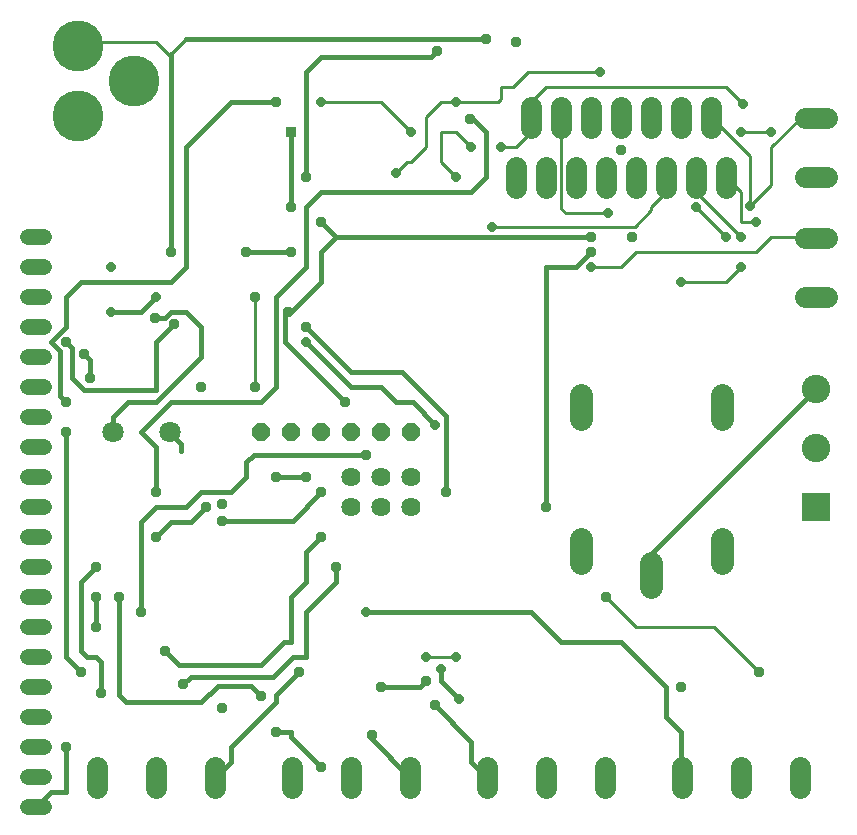
<source format=gbl>
G75*
%MOIN*%
%OFA0B0*%
%FSLAX25Y25*%
%IPPOS*%
%LPD*%
%AMOC8*
5,1,8,0,0,1.08239X$1,22.5*
%
%ADD10OC8,0.06000*%
%ADD11C,0.07087*%
%ADD12C,0.06400*%
%ADD13C,0.17000*%
%ADD14R,0.09500X0.09500*%
%ADD15C,0.09500*%
%ADD16C,0.05200*%
%ADD17C,0.07050*%
%ADD18C,0.07087*%
%ADD19C,0.07800*%
%ADD20OC8,0.03562*%
%ADD21C,0.01600*%
%ADD22OC8,0.03200*%
%ADD23C,0.01000*%
%ADD24R,0.03562X0.03562*%
D10*
X0089167Y0142379D03*
X0099167Y0142379D03*
X0109167Y0142379D03*
X0119167Y0142379D03*
X0129167Y0142379D03*
X0139167Y0142379D03*
D11*
X0174167Y0223835D02*
X0174167Y0230922D01*
X0184167Y0230922D02*
X0184167Y0223835D01*
X0194167Y0223835D02*
X0194167Y0230922D01*
X0204167Y0230922D02*
X0204167Y0223835D01*
X0214167Y0223835D02*
X0214167Y0230922D01*
X0224167Y0230922D02*
X0224167Y0223835D01*
X0234167Y0223835D02*
X0234167Y0230922D01*
X0244167Y0230922D02*
X0244167Y0223835D01*
X0239167Y0243835D02*
X0239167Y0250922D01*
X0229167Y0250922D02*
X0229167Y0243835D01*
X0219167Y0243835D02*
X0219167Y0250922D01*
X0209167Y0250922D02*
X0209167Y0243835D01*
X0199167Y0243835D02*
X0199167Y0250922D01*
X0189167Y0250922D02*
X0189167Y0243835D01*
X0179167Y0243835D02*
X0179167Y0250922D01*
D12*
X0139167Y0127379D03*
X0139167Y0117379D03*
X0129167Y0117379D03*
X0119167Y0117379D03*
X0119167Y0127379D03*
X0129167Y0127379D03*
D13*
X0028167Y0247694D03*
X0046671Y0259505D03*
X0028167Y0271316D03*
D14*
X0274167Y0117379D03*
D15*
X0274167Y0137064D03*
X0274167Y0156749D03*
D16*
X0016767Y0017379D02*
X0011567Y0017379D01*
X0011567Y0027379D02*
X0016767Y0027379D01*
X0016767Y0037379D02*
X0011567Y0037379D01*
X0011567Y0047379D02*
X0016767Y0047379D01*
X0016767Y0057379D02*
X0011567Y0057379D01*
X0011567Y0067379D02*
X0016767Y0067379D01*
X0016767Y0077379D02*
X0011567Y0077379D01*
X0011567Y0087379D02*
X0016767Y0087379D01*
X0016767Y0097379D02*
X0011567Y0097379D01*
X0011567Y0107379D02*
X0016767Y0107379D01*
X0016767Y0117379D02*
X0011567Y0117379D01*
X0011567Y0127379D02*
X0016767Y0127379D01*
X0016767Y0137379D02*
X0011567Y0137379D01*
X0011567Y0147379D02*
X0016767Y0147379D01*
X0016767Y0157379D02*
X0011567Y0157379D01*
X0011567Y0167379D02*
X0016767Y0167379D01*
X0016767Y0177379D02*
X0011567Y0177379D01*
X0011567Y0187379D02*
X0016767Y0187379D01*
X0016767Y0197379D02*
X0011567Y0197379D01*
X0011567Y0207379D02*
X0016767Y0207379D01*
D17*
X0034482Y0030825D02*
X0034482Y0023775D01*
X0054167Y0023775D02*
X0054167Y0030825D01*
X0073852Y0030825D02*
X0073852Y0023775D01*
X0099482Y0023775D02*
X0099482Y0030825D01*
X0119167Y0030825D02*
X0119167Y0023775D01*
X0138852Y0023775D02*
X0138852Y0030825D01*
X0164482Y0030825D02*
X0164482Y0023775D01*
X0184167Y0023775D02*
X0184167Y0030825D01*
X0203852Y0030825D02*
X0203852Y0023775D01*
X0229482Y0023775D02*
X0229482Y0030825D01*
X0249167Y0030825D02*
X0249167Y0023775D01*
X0268852Y0023775D02*
X0268852Y0030825D01*
X0270642Y0187536D02*
X0277692Y0187536D01*
X0277692Y0207221D02*
X0270642Y0207221D01*
X0270642Y0227536D02*
X0277692Y0227536D01*
X0277692Y0247221D02*
X0270642Y0247221D01*
D18*
X0058667Y0142379D03*
X0039667Y0142379D03*
D19*
X0195667Y0146979D02*
X0195667Y0154779D01*
X0242667Y0154779D02*
X0242667Y0146979D01*
X0242667Y0106779D02*
X0242667Y0098979D01*
X0219167Y0098779D02*
X0219167Y0090979D01*
X0195667Y0098979D02*
X0195667Y0106779D01*
D20*
X0184167Y0117379D03*
X0204167Y0087379D03*
X0229167Y0057379D03*
X0255167Y0062379D03*
X0150667Y0122379D03*
X0124167Y0134879D03*
X0109167Y0122379D03*
X0104167Y0127379D03*
X0094167Y0127379D03*
X0076167Y0118379D03*
X0076167Y0112879D03*
X0070667Y0117379D03*
X0054167Y0122379D03*
X0054167Y0107379D03*
X0034167Y0097379D03*
X0034167Y0087379D03*
X0041667Y0087379D03*
X0049167Y0082379D03*
X0057167Y0069379D03*
X0063167Y0058379D03*
X0076167Y0050379D03*
X0089167Y0054379D03*
X0094167Y0042379D03*
X0109167Y0030879D03*
X0126167Y0041379D03*
X0129167Y0057379D03*
X0144167Y0059379D03*
X0147167Y0051379D03*
X0101667Y0062379D03*
X0114167Y0097379D03*
X0109167Y0107379D03*
X0117167Y0152379D03*
X0104167Y0177379D03*
X0098167Y0182379D03*
X0087167Y0187379D03*
X0084167Y0202379D03*
X0099167Y0202379D03*
X0109167Y0212379D03*
X0099167Y0217379D03*
X0104167Y0227379D03*
X0094167Y0252379D03*
X0147667Y0269379D03*
X0164167Y0273379D03*
X0174167Y0272379D03*
X0158667Y0246879D03*
X0199167Y0207379D03*
X0199167Y0202379D03*
X0212667Y0207379D03*
X0209167Y0236379D03*
X0087167Y0157379D03*
X0069167Y0157379D03*
X0060167Y0178379D03*
X0053667Y0180379D03*
X0059167Y0202379D03*
X0024167Y0172379D03*
X0030167Y0168379D03*
X0032167Y0160379D03*
X0024167Y0152379D03*
X0024167Y0142379D03*
X0034167Y0077379D03*
X0029167Y0062379D03*
X0035667Y0055379D03*
X0024167Y0037379D03*
D21*
X0024167Y0022379D01*
X0019167Y0022379D01*
X0014167Y0017379D01*
X0044167Y0052379D02*
X0069167Y0052379D01*
X0074667Y0057879D01*
X0085667Y0057879D01*
X0089167Y0054379D01*
X0094167Y0054879D02*
X0094167Y0052379D01*
X0079167Y0037379D01*
X0079167Y0032615D01*
X0073852Y0027300D01*
X0094167Y0042379D02*
X0099167Y0042379D01*
X0099167Y0040879D01*
X0109167Y0030879D01*
X0126167Y0039985D02*
X0126167Y0041379D01*
X0126167Y0039985D02*
X0138852Y0027300D01*
X0159167Y0032615D02*
X0159285Y0032497D01*
X0159285Y0039261D01*
X0147167Y0051379D01*
X0142167Y0057379D02*
X0129167Y0057379D01*
X0142167Y0057379D02*
X0144167Y0059379D01*
X0149167Y0059379D02*
X0149167Y0063379D01*
X0149167Y0059379D02*
X0155167Y0053379D01*
X0159285Y0032497D02*
X0164482Y0027300D01*
X0189167Y0072379D02*
X0209167Y0072379D01*
X0224167Y0057379D01*
X0224167Y0047379D01*
X0229167Y0042379D01*
X0229167Y0027615D01*
X0229482Y0027300D01*
X0189167Y0072379D02*
X0179167Y0082379D01*
X0124167Y0082379D01*
X0114167Y0092379D02*
X0104167Y0082379D01*
X0104167Y0067379D01*
X0099667Y0067379D01*
X0093167Y0060879D01*
X0065667Y0060879D01*
X0063167Y0058379D01*
X0061667Y0064879D02*
X0057167Y0069379D01*
X0061667Y0064879D02*
X0089167Y0064879D01*
X0096667Y0072379D01*
X0099167Y0072379D01*
X0099167Y0087379D01*
X0104167Y0092379D01*
X0104167Y0102379D01*
X0109167Y0107379D01*
X0099667Y0112879D02*
X0076167Y0112879D01*
X0070667Y0117379D02*
X0065667Y0112379D01*
X0059167Y0112379D01*
X0054167Y0107379D01*
X0049167Y0112379D02*
X0049167Y0082379D01*
X0041667Y0087379D02*
X0041667Y0054879D01*
X0044167Y0052379D01*
X0035667Y0055379D02*
X0035667Y0065879D01*
X0034167Y0067379D01*
X0031167Y0067379D01*
X0029167Y0069379D01*
X0029167Y0092379D01*
X0034167Y0097379D01*
X0034167Y0087379D02*
X0034167Y0077379D01*
X0024167Y0067379D02*
X0029167Y0062379D01*
X0024167Y0067379D02*
X0024167Y0142379D01*
X0024167Y0152379D02*
X0022167Y0154379D01*
X0022167Y0169379D01*
X0019167Y0172379D01*
X0024167Y0177379D01*
X0024167Y0187379D01*
X0029167Y0192379D01*
X0059167Y0192379D01*
X0064167Y0197379D01*
X0064167Y0237379D01*
X0079167Y0252379D01*
X0094167Y0252379D01*
X0099167Y0242379D02*
X0099167Y0217379D01*
X0104167Y0217379D02*
X0104167Y0197379D01*
X0094167Y0187379D01*
X0094167Y0157379D01*
X0089167Y0152379D01*
X0059167Y0152379D01*
X0049167Y0142379D01*
X0054167Y0137379D01*
X0054167Y0122379D01*
X0054167Y0117379D02*
X0049167Y0112379D01*
X0054167Y0117379D02*
X0064167Y0117379D01*
X0069167Y0122379D01*
X0079167Y0122379D01*
X0084167Y0127379D01*
X0084167Y0132379D01*
X0086667Y0134879D01*
X0124167Y0134879D01*
X0109167Y0122379D02*
X0099667Y0112879D01*
X0104167Y0127379D02*
X0094167Y0127379D01*
X0117167Y0152379D02*
X0097167Y0172379D01*
X0097167Y0181379D01*
X0098167Y0182379D01*
X0099167Y0182379D01*
X0109167Y0192379D01*
X0109167Y0202379D01*
X0114167Y0207379D01*
X0109167Y0212379D01*
X0114167Y0207379D02*
X0199167Y0207379D01*
X0199167Y0202379D02*
X0194167Y0197379D01*
X0184167Y0197379D01*
X0184167Y0117379D01*
X0150667Y0122379D02*
X0150667Y0147879D01*
X0136167Y0162379D01*
X0119167Y0162379D01*
X0104167Y0177379D01*
X0104167Y0172379D02*
X0119167Y0157379D01*
X0129167Y0157379D01*
X0134167Y0152379D01*
X0139667Y0152379D01*
X0147167Y0144879D01*
X0114167Y0097379D02*
X0114167Y0092379D01*
X0101667Y0062379D02*
X0094167Y0054879D01*
X0062407Y0136119D02*
X0062407Y0138639D01*
X0058667Y0142379D01*
X0054167Y0152379D02*
X0044667Y0152379D01*
X0039667Y0147379D01*
X0039667Y0142379D01*
X0030167Y0156379D02*
X0026167Y0160379D01*
X0026167Y0170379D01*
X0024167Y0172379D01*
X0030167Y0168379D02*
X0032167Y0166379D01*
X0032167Y0160379D01*
X0030167Y0156379D02*
X0054167Y0156379D01*
X0054167Y0172379D01*
X0060167Y0178379D01*
X0057167Y0180379D02*
X0059167Y0182379D01*
X0064167Y0182379D01*
X0069167Y0177379D01*
X0069167Y0167379D01*
X0054167Y0152379D01*
X0053667Y0180379D02*
X0057167Y0180379D01*
X0054167Y0187379D02*
X0049167Y0182379D01*
X0039167Y0182379D01*
X0059167Y0202379D02*
X0059167Y0267379D01*
X0059167Y0268379D01*
X0064167Y0273379D02*
X0164167Y0273379D01*
X0147667Y0269379D02*
X0145667Y0267379D01*
X0109167Y0267379D01*
X0104167Y0262379D01*
X0104167Y0227379D01*
X0109167Y0222379D02*
X0104167Y0217379D01*
X0109167Y0222379D02*
X0159167Y0222379D01*
X0164167Y0227379D01*
X0164167Y0242379D01*
X0159667Y0246879D01*
X0158667Y0246879D01*
X0099167Y0202379D02*
X0084167Y0202379D01*
X0219167Y0101749D02*
X0219167Y0094879D01*
X0219167Y0101749D02*
X0274167Y0156749D01*
D22*
X0249167Y0197379D03*
X0249167Y0207379D03*
X0244167Y0207379D03*
X0254167Y0212379D03*
X0252167Y0217879D03*
X0234167Y0217379D03*
X0249167Y0242379D03*
X0259167Y0242379D03*
X0249667Y0251879D03*
X0204667Y0215379D03*
X0199167Y0197379D03*
X0229167Y0192379D03*
X0169167Y0237379D03*
X0159167Y0237379D03*
X0154167Y0227379D03*
X0139167Y0242379D03*
X0134167Y0228879D03*
X0154167Y0252379D03*
X0166167Y0210879D03*
X0202167Y0262379D03*
X0109167Y0252379D03*
X0054167Y0187379D03*
X0039167Y0182379D03*
X0039167Y0197379D03*
X0104167Y0172379D03*
X0147167Y0144879D03*
X0124167Y0082379D03*
X0144167Y0067379D03*
X0149167Y0063379D03*
X0154167Y0067379D03*
X0155167Y0053379D03*
D23*
X0154167Y0067379D02*
X0144167Y0067379D01*
X0204167Y0087379D02*
X0214167Y0077379D01*
X0240167Y0077379D01*
X0255167Y0062379D01*
X0244167Y0192379D02*
X0229167Y0192379D01*
X0244167Y0192379D02*
X0249167Y0197379D01*
X0254167Y0202379D02*
X0214167Y0202379D01*
X0209167Y0197379D01*
X0199167Y0197379D01*
X0213667Y0210879D02*
X0219167Y0216379D01*
X0219167Y0217379D01*
X0224167Y0222379D01*
X0224167Y0227379D01*
X0234167Y0227379D02*
X0234167Y0222379D01*
X0249167Y0207379D01*
X0249167Y0212379D02*
X0249167Y0222379D01*
X0244167Y0227379D01*
X0252167Y0234379D02*
X0252167Y0217879D01*
X0259167Y0224879D01*
X0259167Y0237379D01*
X0269009Y0247221D01*
X0274167Y0247221D01*
X0259167Y0242379D02*
X0249167Y0242379D01*
X0252167Y0234379D02*
X0239167Y0247379D01*
X0244167Y0257379D02*
X0249667Y0251879D01*
X0244167Y0257379D02*
X0184167Y0257379D01*
X0179167Y0252379D01*
X0179167Y0247379D01*
X0179167Y0242379D01*
X0174167Y0237379D01*
X0169167Y0237379D01*
X0159167Y0237379D02*
X0154167Y0242379D01*
X0149167Y0242379D01*
X0149167Y0232379D01*
X0154167Y0227379D01*
X0144167Y0237379D02*
X0139167Y0232379D01*
X0137667Y0232379D01*
X0134167Y0228879D01*
X0144167Y0237379D02*
X0144167Y0247379D01*
X0149167Y0252379D01*
X0154167Y0252379D01*
X0168167Y0252379D01*
X0169167Y0253379D01*
X0169167Y0257379D01*
X0173167Y0257379D01*
X0178167Y0262379D01*
X0202167Y0262379D01*
X0189167Y0247379D02*
X0189167Y0216879D01*
X0190667Y0215379D01*
X0204667Y0215379D01*
X0213667Y0210879D02*
X0166167Y0210879D01*
X0139167Y0242379D02*
X0129167Y0252379D01*
X0109167Y0252379D01*
X0064167Y0273379D02*
X0059167Y0268379D01*
X0059167Y0267379D02*
X0054167Y0272379D01*
X0035230Y0272379D01*
X0034167Y0271316D01*
X0028167Y0271316D01*
X0087167Y0187379D02*
X0087167Y0157379D01*
X0234167Y0217379D02*
X0244167Y0207379D01*
X0249167Y0212379D02*
X0254167Y0212379D01*
X0259167Y0207379D02*
X0254167Y0202379D01*
X0259167Y0207379D02*
X0274009Y0207379D01*
X0274167Y0207221D01*
D24*
X0099167Y0242379D03*
M02*

</source>
